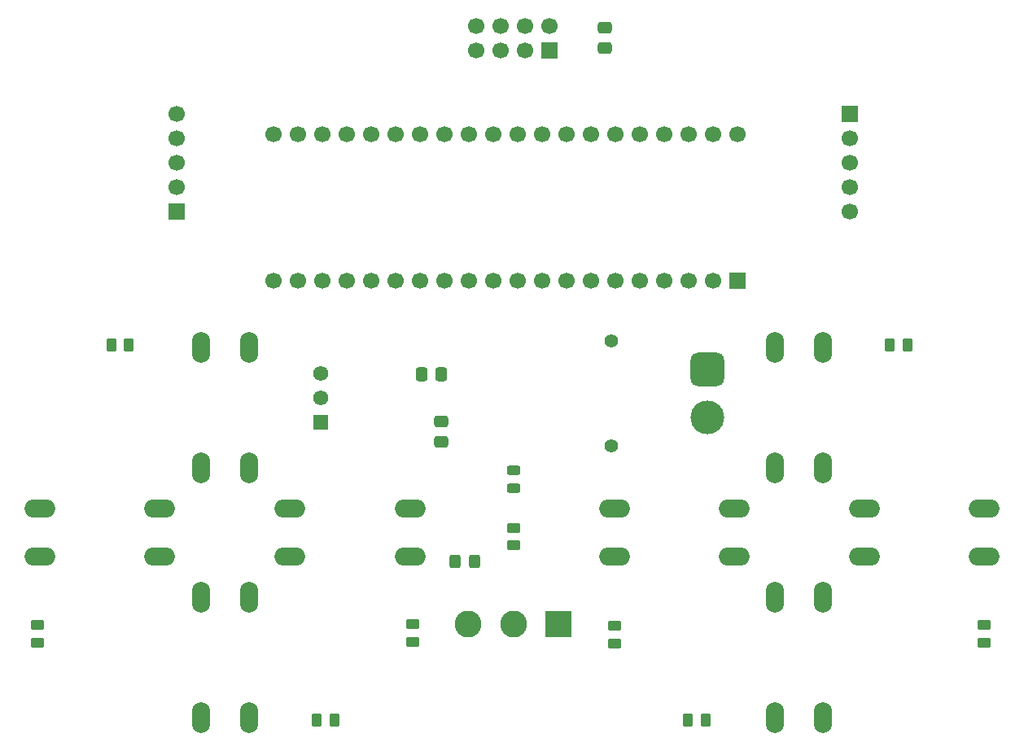
<source format=gbr>
%TF.GenerationSoftware,KiCad,Pcbnew,9.0.2*%
%TF.CreationDate,2025-08-17T08:15:12-04:00*%
%TF.ProjectId,Controller_Simple,436f6e74-726f-46c6-9c65-725f53696d70,rev?*%
%TF.SameCoordinates,Original*%
%TF.FileFunction,Soldermask,Top*%
%TF.FilePolarity,Negative*%
%FSLAX46Y46*%
G04 Gerber Fmt 4.6, Leading zero omitted, Abs format (unit mm)*
G04 Created by KiCad (PCBNEW 9.0.2) date 2025-08-17 08:15:12*
%MOMM*%
%LPD*%
G01*
G04 APERTURE LIST*
G04 Aperture macros list*
%AMRoundRect*
0 Rectangle with rounded corners*
0 $1 Rounding radius*
0 $2 $3 $4 $5 $6 $7 $8 $9 X,Y pos of 4 corners*
0 Add a 4 corners polygon primitive as box body*
4,1,4,$2,$3,$4,$5,$6,$7,$8,$9,$2,$3,0*
0 Add four circle primitives for the rounded corners*
1,1,$1+$1,$2,$3*
1,1,$1+$1,$4,$5*
1,1,$1+$1,$6,$7*
1,1,$1+$1,$8,$9*
0 Add four rect primitives between the rounded corners*
20,1,$1+$1,$2,$3,$4,$5,0*
20,1,$1+$1,$4,$5,$6,$7,0*
20,1,$1+$1,$6,$7,$8,$9,0*
20,1,$1+$1,$8,$9,$2,$3,0*%
G04 Aperture macros list end*
%ADD10C,1.562000*%
%ADD11RoundRect,0.102000X0.679000X-0.679000X0.679000X0.679000X-0.679000X0.679000X-0.679000X-0.679000X0*%
%ADD12RoundRect,0.250000X-0.450000X0.262500X-0.450000X-0.262500X0.450000X-0.262500X0.450000X0.262500X0*%
%ADD13RoundRect,0.243750X-0.456250X0.243750X-0.456250X-0.243750X0.456250X-0.243750X0.456250X0.243750X0*%
%ADD14C,2.794000*%
%ADD15R,2.794000X2.794000*%
%ADD16O,1.900000X3.200000*%
%ADD17RoundRect,0.250000X0.262500X0.450000X-0.262500X0.450000X-0.262500X-0.450000X0.262500X-0.450000X0*%
%ADD18O,3.200000X1.900000*%
%ADD19RoundRect,0.250000X-0.475000X0.337500X-0.475000X-0.337500X0.475000X-0.337500X0.475000X0.337500X0*%
%ADD20RoundRect,0.250000X-0.337500X-0.475000X0.337500X-0.475000X0.337500X0.475000X-0.337500X0.475000X0*%
%ADD21RoundRect,0.250000X0.475000X-0.337500X0.475000X0.337500X-0.475000X0.337500X-0.475000X-0.337500X0*%
%ADD22R,1.700000X1.700000*%
%ADD23C,1.700000*%
%ADD24RoundRect,0.250000X-0.262500X-0.450000X0.262500X-0.450000X0.262500X0.450000X-0.262500X0.450000X0*%
%ADD25RoundRect,0.250000X0.325000X0.450000X-0.325000X0.450000X-0.325000X-0.450000X0.325000X-0.450000X0*%
%ADD26C,1.400000*%
%ADD27RoundRect,0.770000X0.980000X-0.980000X0.980000X0.980000X-0.980000X0.980000X-0.980000X-0.980000X0*%
%ADD28C,3.500000*%
G04 APERTURE END LIST*
D10*
%TO.C,PS1*%
X90000000Y-61460000D03*
X90000000Y-64000000D03*
D11*
X90000000Y-66540000D03*
%TD*%
D12*
%TO.C,R9*%
X110000000Y-77500000D03*
X110000000Y-79325000D03*
%TD*%
D13*
%TO.C,D1*%
X110000000Y-71500000D03*
X110000000Y-73375000D03*
%TD*%
D14*
%TO.C,SW9*%
X105301000Y-87500000D03*
X110000000Y-87500000D03*
D15*
X114699000Y-87500000D03*
%TD*%
D12*
%TO.C,R8*%
X60500000Y-87587500D03*
X60500000Y-89412500D03*
%TD*%
D16*
%TO.C,SW5*%
X82500000Y-58750000D03*
X82500000Y-71250000D03*
X77500000Y-58750000D03*
X77500000Y-71250000D03*
%TD*%
D17*
%TO.C,R4*%
X130000000Y-97500000D03*
X128175000Y-97500000D03*
%TD*%
D16*
%TO.C,SW4*%
X142250000Y-84750000D03*
X142250000Y-97250000D03*
X137250000Y-84750000D03*
X137250000Y-97250000D03*
%TD*%
D18*
%TO.C,SW8*%
X60750000Y-75500000D03*
X73250000Y-75500000D03*
X60750000Y-80500000D03*
X73250000Y-80500000D03*
%TD*%
D19*
%TO.C,C2*%
X102500000Y-66462500D03*
X102500000Y-68537500D03*
%TD*%
D20*
%TO.C,C3*%
X100462500Y-61500000D03*
X102537500Y-61500000D03*
%TD*%
D18*
%TO.C,SW6*%
X86750000Y-75500000D03*
X99250000Y-75500000D03*
X86750000Y-80500000D03*
X99250000Y-80500000D03*
%TD*%
D16*
%TO.C,SW2*%
X137250000Y-71250000D03*
X137250000Y-58750000D03*
X142250000Y-71250000D03*
X142250000Y-58750000D03*
%TD*%
D21*
%TO.C,C1*%
X119500000Y-27537500D03*
X119500000Y-25462500D03*
%TD*%
D12*
%TO.C,R1*%
X120500000Y-87675000D03*
X120500000Y-89500000D03*
%TD*%
%TO.C,R3*%
X159000000Y-87587500D03*
X159000000Y-89412500D03*
%TD*%
D17*
%TO.C,R5*%
X70000000Y-58500000D03*
X68175000Y-58500000D03*
%TD*%
D22*
%TO.C,J3*%
X145000000Y-34450000D03*
D23*
X145000000Y-36990000D03*
X145000000Y-39530000D03*
X145000000Y-42070000D03*
X145000000Y-44610000D03*
%TD*%
D22*
%TO.C,J2*%
X75000000Y-44580000D03*
D23*
X75000000Y-42040000D03*
X75000000Y-39500000D03*
X75000000Y-36960000D03*
X75000000Y-34420000D03*
%TD*%
D22*
%TO.C,J1*%
X113800000Y-27790000D03*
D23*
X113800000Y-25250000D03*
X111260000Y-27790000D03*
X111260000Y-25250000D03*
X108720000Y-27790000D03*
X108720000Y-25250000D03*
X106180000Y-27790000D03*
X106180000Y-25250000D03*
%TD*%
D24*
%TO.C,R7*%
X89587500Y-97500000D03*
X91412500Y-97500000D03*
%TD*%
D25*
%TO.C,F1*%
X106000000Y-81000000D03*
X103950000Y-81000000D03*
%TD*%
D16*
%TO.C,SW7*%
X77500000Y-97250000D03*
X77500000Y-84750000D03*
X82500000Y-97250000D03*
X82500000Y-84750000D03*
%TD*%
D12*
%TO.C,R6*%
X99500000Y-87500000D03*
X99500000Y-89325000D03*
%TD*%
D24*
%TO.C,R2*%
X149175000Y-58500000D03*
X151000000Y-58500000D03*
%TD*%
D18*
%TO.C,SW3*%
X146500000Y-75500000D03*
X159000000Y-75500000D03*
X146500000Y-80500000D03*
X159000000Y-80500000D03*
%TD*%
%TO.C,SW1*%
X120500000Y-75500000D03*
X133000000Y-75500000D03*
X120500000Y-80500000D03*
X133000000Y-80500000D03*
%TD*%
D22*
%TO.C,U2*%
X133280000Y-51740000D03*
D23*
X130740000Y-51740000D03*
X128200000Y-51740000D03*
X125660000Y-51740000D03*
X123120000Y-51740000D03*
X120580000Y-51740000D03*
X118040000Y-51740000D03*
X115500000Y-51740000D03*
X112960000Y-51740000D03*
X110420000Y-51740000D03*
X107880000Y-51740000D03*
X105340000Y-51740000D03*
X102800000Y-51740000D03*
X100260000Y-51740000D03*
X97720000Y-51740000D03*
X95180000Y-51740000D03*
X92640000Y-51740000D03*
X90100000Y-51740000D03*
X87560000Y-51740000D03*
X85020000Y-51740000D03*
X85020000Y-36500000D03*
X87560000Y-36500000D03*
X90100000Y-36500000D03*
X92640000Y-36500000D03*
X95180000Y-36500000D03*
X97720000Y-36500000D03*
X100260000Y-36500000D03*
X102800000Y-36500000D03*
X105340000Y-36500000D03*
X107880000Y-36500000D03*
X110420000Y-36500000D03*
X112960000Y-36500000D03*
X115500000Y-36500000D03*
X118040000Y-36500000D03*
X120580000Y-36500000D03*
X123120000Y-36500000D03*
X125660000Y-36500000D03*
X128200000Y-36500000D03*
X130740000Y-36500000D03*
X133280000Y-36500000D03*
%TD*%
D26*
%TO.C,J4*%
X120175000Y-69000000D03*
X120175000Y-58000000D03*
D27*
X130175000Y-61000000D03*
D28*
X130175000Y-66000000D03*
%TD*%
M02*

</source>
